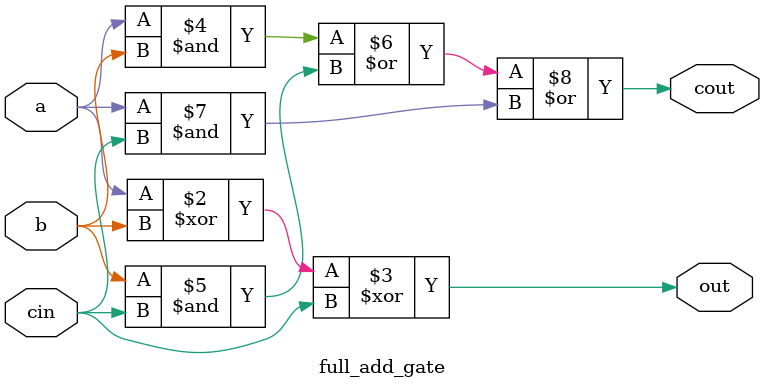
<source format=v>
module full_add_gate(input a,   //1st input
					input b,   //2nd input
					input cin, // carry in
					output reg out,  //output
					output reg cout);  //carry out
					
	always @(a,b,cin)
	begin
		out <= a^b^cin;   //out = a xor b xor cin
		cout <= (a&b) | (b&cin) | (a&cin);  //cout = ab+bc+ac
	end
endmodule
</source>
